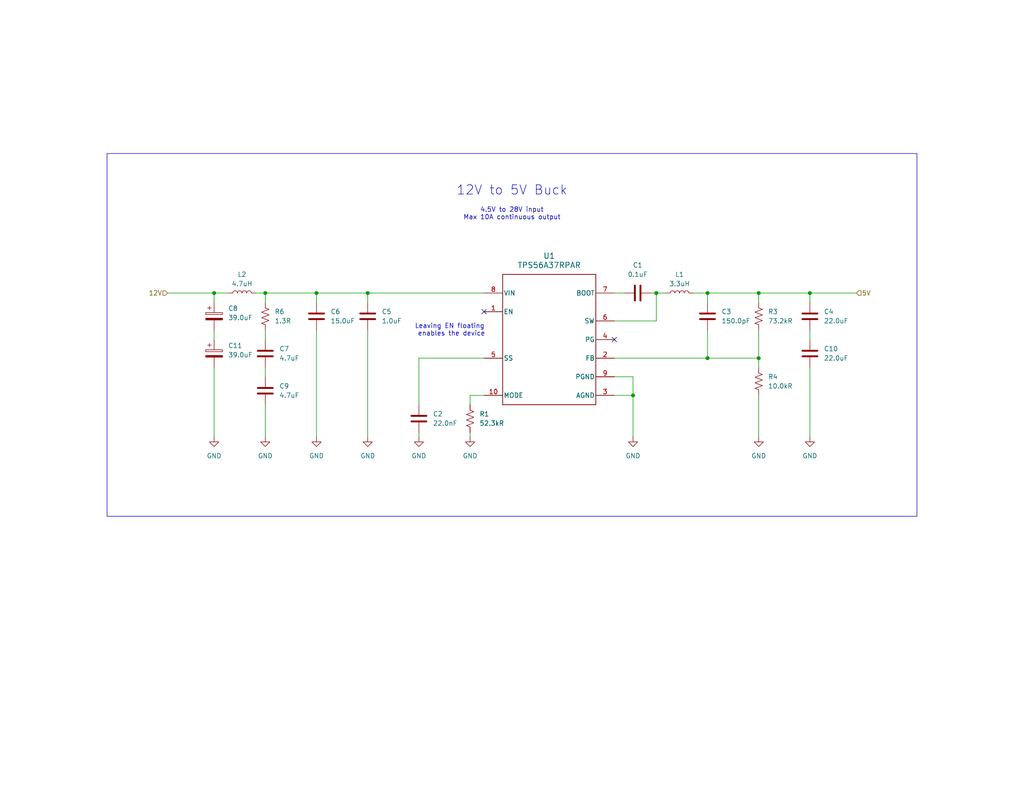
<source format=kicad_sch>
(kicad_sch (version 20250114) (generator "eeschema") (generator_version "9.0")
  (paper "USLetter")
  (title_block (title "ROAMR power board") (date "2026-01-18") (rev "1.0"))
  (lib_symbols
    (symbol "Device:C" (pin_numbers (hide yes)) (pin_names (offset 0.254))
      (property "Reference" "C" (at 0.635 2.54 0))
      (property "Value" "C" (at 0.635 -2.54 0))
      (symbol "C_0_1"
        (polyline (pts (xy -2.032 0.762) (xy 2.032 0.762)) (stroke (width 0.508)))
        (polyline (pts (xy -2.032 -0.762) (xy 2.032 -0.762)) (stroke (width 0.508)))
      )
      (symbol "C_1_1"
        (pin passive line (at 0 3.81 270) (length 2.794) (name "~") (number "1"))
        (pin passive line (at 0 -3.81 90) (length 2.794) (name "~") (number "2"))
      )
    )
    (symbol "Device:C_Polarized" (pin_numbers (hide yes)) (pin_names (offset 0.254))
      (property "Reference" "C" (at 0.635 2.54 0))
      (property "Value" "C_Polarized" (at 0.635 -2.54 0))
      (symbol "C_Polarized_0_1"
        (rectangle (start -2.286 0.508) (end 2.286 1.016))
        (polyline (pts (xy -1.778 2.286) (xy -0.762 2.286)))
        (polyline (pts (xy -1.27 2.794) (xy -1.27 1.778)))
        (rectangle (start 2.286 -0.508) (end -2.286 -1.016) (fill (type outline)))
      )
      (symbol "C_Polarized_1_1"
        (pin passive line (at 0 3.81 270) (length 2.794) (name "~") (number "1"))
        (pin passive line (at 0 -3.81 90) (length 2.794) (name "~") (number "2"))
      )
    )
    (symbol "Device:L" (pin_numbers (hide yes)) (pin_names (offset 1.016) (hide yes))
      (property "Reference" "L" (at -1.27 0 90))
      (property "Value" "L" (at 1.905 0 90))
      (symbol "L_0_1"
        (arc (start 0 2.54) (mid 0.6323 1.905) (end 0 1.27))
        (arc (start 0 1.27) (mid 0.6323 0.635) (end 0 0))
        (arc (start 0 0) (mid 0.6323 -0.635) (end 0 -1.27))
        (arc (start 0 -1.27) (mid 0.6323 -1.905) (end 0 -2.54))
      )
      (symbol "L_1_1"
        (pin passive line (at 0 3.81 270) (length 1.27) (name "1") (number "1"))
        (pin passive line (at 0 -3.81 90) (length 1.27) (name "2") (number "2"))
      )
    )
    (symbol "Device:R_US" (pin_numbers (hide yes)) (pin_names (offset 0))
      (property "Reference" "R" (at 2.54 0 90))
      (property "Value" "R_US" (at -2.54 0 90))
      (symbol "R_US_0_1"
        (polyline (pts (xy 0 2.286) (xy 0 2.54)))
        (polyline (pts (xy 0 2.286) (xy 1.016 1.905) (xy 0 1.524) (xy -1.016 1.143) (xy 0 0.762)))
        (polyline (pts (xy 0 0.762) (xy 1.016 0.381) (xy 0 0) (xy -1.016 -0.381) (xy 0 -0.762)))
        (polyline (pts (xy 0 -0.762) (xy 1.016 -1.143) (xy 0 -1.524) (xy -1.016 -1.905) (xy 0 -2.286)))
        (polyline (pts (xy 0 -2.286) (xy 0 -2.54)))
      )
      (symbol "R_US_1_1"
        (pin passive line (at 0 3.81 270) (length 1.27) (name "~") (number "1"))
        (pin passive line (at 0 -3.81 90) (length 1.27) (name "~") (number "2"))
      )
    )
    (symbol "TPS56A37RPAR:TPS56A37RPAR" (pin_names (offset 0.254))
      (property "Reference" "U" (at 0 2.54 0))
      (property "Value" "TPS56A37RPAR" (at 17.272 10.16 0))
      (symbol "TPS56A37RPAR_0_1"
        (polyline (pts (xy 5.08 5.08) (xy 5.08 -30.48)) (stroke (width 0.2032)))
        (polyline (pts (xy 5.08 -30.48) (xy 30.48 -30.48)) (stroke (width 0.2032)))
        (polyline (pts (xy 30.48 5.08) (xy 5.08 5.08)) (stroke (width 0.2032)))
        (polyline (pts (xy 30.48 -30.48) (xy 30.48 5.08)) (stroke (width 0.2032)))
        (pin power_in line (at 0 0 0) (length 5.08) (name "VIN") (number "8"))
        (pin input line (at 0 -5.08 0) (length 5.08) (name "EN") (number "1"))
        (pin open_collector line (at 35.56 -12.7 180) (length 5.08) (name "PG") (number "4"))
        (pin power_in line (at 35.56 -22.86 180) (length 5.08) (name "PGND") (number "9"))
        (pin power_in line (at 35.56 -27.94 180) (length 5.08) (name "AGND") (number "3"))
      )
      (symbol "TPS56A37RPAR_1_1"
        (pin input line (at 0 -17.78 0) (length 5.08) (name "SS") (number "5"))
        (pin input line (at 0 -27.94 0) (length 5.08) (name "MODE") (number "10"))
        (pin passive line (at 35.56 0 180) (length 5.08) (name "BOOT") (number "7"))
        (pin power_out line (at 35.56 -7.62 180) (length 5.08) (name "SW") (number "6"))
        (pin input line (at 35.56 -17.78 180) (length 5.08) (name "FB") (number "2"))
      )
    )
    (symbol "power:GND" (power) (pin_numbers (hide yes)) (pin_names (offset 0) (hide yes))
      (property "Value" "GND" (at 0 -3.81 0))
      (symbol "GND_0_1"
        (polyline (pts (xy 0 0) (xy 0 -1.27) (xy 1.27 -1.27) (xy 0 -2.54) (xy -1.27 -1.27) (xy 0 -1.27)))
      )
      (symbol "GND_1_1"
        (pin power_in line (at 0 0 270) (length 0) (name "~") (number "1"))
      )
    )
  )
  (rectangle (start 29.21 41.91) (end 250.19 140.97))
  (text "12V to 5V Buck" (at 139.7 52.07 0) (effects (font (size 2.54 2.54))))
  (text "Leaving EN floating \nenables the device" (at 123.19 90.17 0) (effects (font (size 1.27 1.27))))
  (text "4.5V to 28V input\nMax 10A continuous output\n" (at 139.7 58.42 0) (effects (font (size 1.27 1.27))))
  (junction (at 179.07 80.01))
  (junction (at 172.72 107.95))
  (junction (at 193.04 80.01))
  (junction (at 86.36 80.01))
  (junction (at 58.42 80.01))
  (junction (at 207.01 80.01))
  (junction (at 193.04 97.79))
  (junction (at 207.01 97.79))
  (junction (at 100.33 80.01))
  (junction (at 220.98 80.01))
  (junction (at 72.39 80.01))
  (no_connect (at 167.64 92.71))
  (no_connect (at 132.08 85.09))
  (wire (pts (xy 179.07 80.01) (xy 179.07 87.63)))
  (wire (pts (xy 167.64 87.63) (xy 179.07 87.63)))
  (wire (pts (xy 72.39 110.49) (xy 72.39 119.38)))
  (wire (pts (xy 177.8 80.01) (xy 179.07 80.01)))
  (wire (pts (xy 58.42 100.33) (xy 58.42 119.38)))
  (wire (pts (xy 72.39 82.55) (xy 72.39 80.01)))
  (wire (pts (xy 167.64 102.87) (xy 172.72 102.87)))
  (wire (pts (xy 128.27 118.11) (xy 128.27 119.38)))
  (wire (pts (xy 86.36 80.01) (xy 100.33 80.01)))
  (wire (pts (xy 189.23 80.01) (xy 193.04 80.01)))
  (wire (pts (xy 58.42 90.17) (xy 58.42 92.71)))
  (wire (pts (xy 86.36 80.01) (xy 86.36 82.55)))
  (wire (pts (xy 132.08 107.95) (xy 128.27 107.95)))
  (wire (pts (xy 220.98 90.17) (xy 220.98 92.71)))
  (wire (pts (xy 179.07 80.01) (xy 181.61 80.01)))
  (wire (pts (xy 207.01 80.01) (xy 207.01 82.55)))
  (wire (pts (xy 114.3 97.79) (xy 114.3 110.49)))
  (wire (pts (xy 58.42 80.01) (xy 58.42 82.55)))
  (wire (pts (xy 167.64 80.01) (xy 170.18 80.01)))
  (wire (pts (xy 207.01 107.95) (xy 207.01 119.38)))
  (wire (pts (xy 172.72 107.95) (xy 172.72 119.38)))
  (wire (pts (xy 114.3 118.11) (xy 114.3 119.38)))
  (wire (pts (xy 172.72 107.95) (xy 167.64 107.95)))
  (wire (pts (xy 193.04 80.01) (xy 193.04 82.55)))
  (wire (pts (xy 220.98 80.01) (xy 233.68 80.01)))
  (wire (pts (xy 220.98 80.01) (xy 220.98 82.55)))
  (wire (pts (xy 167.64 97.79) (xy 193.04 97.79)))
  (wire (pts (xy 128.27 107.95) (xy 128.27 110.49)))
  (wire (pts (xy 58.42 80.01) (xy 62.23 80.01)))
  (wire (pts (xy 100.33 90.17) (xy 100.33 119.38)))
  (wire (pts (xy 86.36 90.17) (xy 86.36 119.38)))
  (wire (pts (xy 72.39 90.17) (xy 72.39 92.71)))
  (wire (pts (xy 207.01 80.01) (xy 220.98 80.01)))
  (wire (pts (xy 72.39 100.33) (xy 72.39 102.87)))
  (wire (pts (xy 172.72 102.87) (xy 172.72 107.95)))
  (wire (pts (xy 100.33 80.01) (xy 100.33 82.55)))
  (wire (pts (xy 69.85 80.01) (xy 72.39 80.01)))
  (wire (pts (xy 220.98 100.33) (xy 220.98 119.38)))
  (wire (pts (xy 193.04 97.79) (xy 207.01 97.79)))
  (wire (pts (xy 114.3 97.79) (xy 132.08 97.79)))
  (wire (pts (xy 207.01 90.17) (xy 207.01 97.79)))
  (wire (pts (xy 207.01 100.33) (xy 207.01 97.79)))
  (wire (pts (xy 193.04 80.01) (xy 207.01 80.01)))
  (wire (pts (xy 100.33 80.01) (xy 132.08 80.01)))
  (wire (pts (xy 72.39 80.01) (xy 86.36 80.01)))
  (wire (pts (xy 45.72 80.01) (xy 58.42 80.01)))
  (wire (pts (xy 193.04 90.17) (xy 193.04 97.79)))
  (hierarchical_label "5V" (shape input) (at 233.68 80.01 0))
  (hierarchical_label "12V" (shape input) (at 45.72 80.01 180))
  (symbol (lib_id "Device:C") (at 220.98 96.52 0) (unit 1)
    (property "Reference" "C10" (at 224.79 95.2499 0) (effects (justify left)))
    (property "Value" "22.0uF" (at 224.79 97.7899 0) (effects (justify left)))
    (property "Description" "Unpolarized capacitor" (effects (hide yes)))
  )
  (symbol (lib_id "Device:C") (at 173.99 80.01 90) (unit 1)
    (property "Reference" "C1" (at 173.99 72.39 90))
    (property "Value" "0.1uF" (at 173.99 74.93 90))
    (property "Description" "Unpolarized capacitor" (effects (hide yes)))
  )
  (symbol (lib_id "power:GND") (at 172.72 119.38 0) (unit 1)
    (property "Reference" "#PWR0102" (effects (hide yes)))
    (property "Value" "GND" (at 172.72 124.46 0))
    (property "Description" "Power symbol creates a global label with name \"GND\" , ground" (effects (hide yes)))
  )
  (symbol (lib_id "Device:R_US") (at 128.27 114.3 180) (unit 1)
    (property "Reference" "R1" (at 130.81 113.0299 0) (effects (justify right)))
    (property "Value" "52.3kR" (at 130.81 115.5699 0) (effects (justify right)))
    (property "Description" "Resistor, US symbol" (effects (hide yes)))
  )
  (symbol (lib_id "power:GND") (at 72.39 119.38 0) (unit 1)
    (property "Reference" "#PWR0103" (effects (hide yes)))
    (property "Value" "GND" (at 72.39 124.46 0))
    (property "Description" "Power symbol creates a global label with name \"GND\" , ground" (effects (hide yes)))
  )
  (symbol (lib_id "power:GND") (at 58.42 119.38 0) (unit 1)
    (property "Reference" "#PWR0104" (effects (hide yes)))
    (property "Value" "GND" (at 58.42 124.46 0))
    (property "Description" "Power symbol creates a global label with name \"GND\" , ground" (effects (hide yes)))
  )
  (symbol (lib_id "power:GND") (at 100.33 119.38 0) (unit 1)
    (property "Reference" "#PWR0105" (effects (hide yes)))
    (property "Value" "GND" (at 100.33 124.46 0))
    (property "Description" "Power symbol creates a global label with name \"GND\" , ground" (effects (hide yes)))
  )
  (symbol (lib_id "power:GND") (at 220.98 119.38 0) (unit 1)
    (property "Reference" "#PWR0101" (effects (hide yes)))
    (property "Value" "GND" (at 220.98 124.46 0))
    (property "Description" "Power symbol creates a global label with name \"GND\" , ground" (effects (hide yes)))
  )
  (symbol (lib_id "Device:R_US") (at 207.01 86.36 180) (unit 1)
    (property "Reference" "R3" (at 209.55 85.0899 0) (effects (justify right)))
    (property "Value" "73.2kR" (at 209.55 87.6299 0) (effects (justify right)))
    (property "Description" "Resistor, US symbol" (effects (hide yes)))
  )
  (symbol (lib_id "power:GND") (at 114.3 119.38 0) (unit 1)
    (property "Reference" "#PWR0106" (effects (hide yes)))
    (property "Value" "GND" (at 114.3 124.46 0))
    (property "Description" "Power symbol creates a global label with name \"GND\" , ground" (effects (hide yes)))
  )
  (symbol (lib_id "Device:L") (at 66.04 80.01 90) (unit 1)
    (property "Reference" "L2" (at 66.04 74.93 90))
    (property "Value" "4.7uH" (at 66.04 77.47 90))
    (property "Description" "Inductor" (effects (hide yes)))
  )
  (symbol (lib_id "Device:C") (at 72.39 96.52 0) (unit 1)
    (property "Reference" "C7" (at 76.2 95.2499 0) (effects (justify left)))
    (property "Value" "4.7uF" (at 76.2 97.7899 0) (effects (justify left)))
    (property "Description" "Unpolarized capacitor" (effects (hide yes)))
  )
  (symbol (lib_id "Device:C") (at 193.04 86.36 0) (unit 1)
    (property "Reference" "C3" (at 196.85 85.0899 0) (effects (justify left)))
    (property "Value" "150.0pF" (at 196.85 87.6299 0) (effects (justify left)))
    (property "Description" "Unpolarized capacitor" (effects (hide yes)))
  )
  (symbol (lib_id "power:GND") (at 86.36 119.38 0) (unit 1)
    (property "Reference" "#PWR0107" (effects (hide yes)))
    (property "Value" "GND" (at 86.36 124.46 0))
    (property "Description" "Power symbol creates a global label with name \"GND\" , ground" (effects (hide yes)))
  )
  (symbol (lib_id "Device:C") (at 220.98 86.36 0) (unit 1)
    (property "Reference" "C4" (at 224.79 85.0899 0) (effects (justify left)))
    (property "Value" "22.0uF" (at 224.79 87.6299 0) (effects (justify left)))
    (property "Description" "Unpolarized capacitor" (effects (hide yes)))
  )
  (symbol (lib_id "Device:C") (at 72.39 106.68 0) (unit 1)
    (property "Reference" "C9" (at 76.2 105.4099 0) (effects (justify left)))
    (property "Value" "4.7uF" (at 76.2 107.9499 0) (effects (justify left)))
    (property "Description" "Unpolarized capacitor" (effects (hide yes)))
  )
  (symbol (lib_id "Device:C") (at 86.36 86.36 0) (unit 1)
    (property "Reference" "C6" (at 90.17 85.0899 0) (effects (justify left)))
    (property "Value" "15.0uF" (at 90.17 87.6299 0) (effects (justify left)))
    (property "Description" "Unpolarized capacitor" (effects (hide yes)))
  )
  (symbol (lib_id "Device:R_US") (at 207.01 104.14 180) (unit 1)
    (property "Reference" "R4" (at 209.55 102.8699 0) (effects (justify right)))
    (property "Value" "10.0kR" (at 209.55 105.4099 0) (effects (justify right)))
    (property "Description" "Resistor, US symbol" (effects (hide yes)))
  )
  (symbol (lib_id "Device:C_Polarized") (at 58.42 86.36 0) (unit 1)
    (property "Reference" "C8" (at 62.23 84.2009 0) (effects (justify left)))
    (property "Value" "39.0uF" (at 62.23 86.7409 0) (effects (justify left)))
    (property "Description" "Polarized capacitor" (effects (hide yes)))
  )
  (symbol (lib_id "TPS56A37RPAR:TPS56A37RPAR") (at 132.08 80.01 0) (unit 1)
    (property "Reference" "U1" (at 149.86 69.85 0) (effects (font (size 1.524 1.524))))
    (property "Value" "TPS56A37RPAR" (at 149.86 72.39 0) (effects (font (size 1.524 1.524))))
    (property "Footprint" "TPS56A37RPAR:RPA0010A-MFG" (effects (hide yes)))
    (property "Datasheet" "https://www.ti.com/lit/gpn/tps56a37" (effects (hide yes)))
  )
  (symbol (lib_id "Device:L") (at 185.42 80.01 90) (unit 1)
    (property "Reference" "L1" (at 185.42 74.93 90))
    (property "Value" "3.3uH" (at 185.42 77.47 90))
    (property "Description" "Inductor" (effects (hide yes)))
  )
  (symbol (lib_id "Device:C") (at 114.3 114.3 180) (unit 1)
    (property "Reference" "C2" (at 118.11 113.0299 0) (effects (justify right)))
    (property "Value" "22.0nF" (at 118.11 115.5699 0) (effects (justify right)))
    (property "Description" "Unpolarized capacitor" (effects (hide yes)))
  )
  (symbol (lib_id "power:GND") (at 207.01 119.38 0) (unit 1)
    (property "Reference" "#PWR04" (effects (hide yes)))
    (property "Value" "GND" (at 207.01 124.46 0))
    (property "Description" "Power symbol creates a global label with name \"GND\" , ground" (effects (hide yes)))
  )
  (symbol (lib_id "Device:C_Polarized") (at 58.42 96.52 0) (unit 1)
    (property "Reference" "C11" (at 62.23 94.3609 0) (effects (justify left)))
    (property "Value" "39.0uF" (at 62.23 96.9009 0) (effects (justify left)))
    (property "Description" "Polarized capacitor" (effects (hide yes)))
  )
  (symbol (lib_id "Device:R_US") (at 72.39 86.36 0) (unit 1)
    (property "Reference" "R6" (at 74.93 85.0899 0) (effects (justify left)))
    (property "Value" "1.3R" (at 74.93 87.6299 0) (effects (justify left)))
    (property "Description" "Resistor, US symbol" (effects (hide yes)))
  )
  (symbol (lib_id "power:GND") (at 128.27 119.38 0) (unit 1)
    (property "Reference" "#PWR02" (effects (hide yes)))
    (property "Value" "GND" (at 128.27 124.46 0))
    (property "Description" "Power symbol creates a global label with name \"GND\" , ground" (effects (hide yes)))
  )
  (symbol (lib_id "Device:C") (at 100.33 86.36 0) (unit 1)
    (property "Reference" "C5" (at 104.14 85.0899 0) (effects (justify left)))
    (property "Value" "1.0uF" (at 104.14 87.6299 0) (effects (justify left)))
    (property "Description" "Unpolarized capacitor" (effects (hide yes)))
  )
)
</source>
